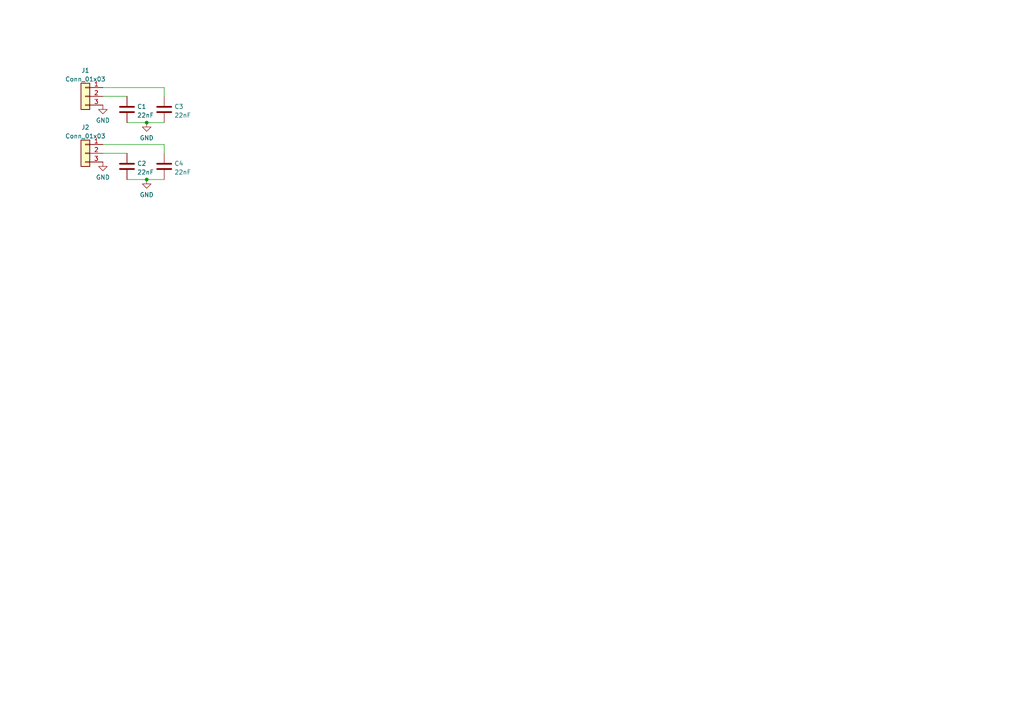
<source format=kicad_sch>
(kicad_sch (version 20211123) (generator eeschema)
  (paper "A4")
  (lib_symbols
    (symbol "Connector_Generic:Conn_01x03" (pin_names (offset 1.016) hide)
      (property "Reference" "J" (at 0 5.08 0))
      (property "Value" "Conn_01x03" (at 0 -5.08 0))
      (symbol "Conn_01x03_1_1"
        (rectangle (start -1.27 -2.413) (end 0 -2.667) (stroke (width 0.1524)))
        (rectangle (start -1.27 0.127) (end 0 -0.127) (stroke (width 0.1524)))
        (rectangle (start -1.27 2.667) (end 0 2.413) (stroke (width 0.1524)))
        (rectangle (start -1.27 3.81) (end 1.27 -3.81) (stroke (width 0.254)) (fill (type background)))
        (pin passive line (at -5.08 2.54 0) (length 3.81) (name "Pin_1") (number "1"))
        (pin passive line (at -5.08 0 0) (length 3.81) (name "Pin_2") (number "2"))
        (pin passive line (at -5.08 -2.54 0) (length 3.81) (name "Pin_3") (number "3"))
      )
    )
    (symbol "Device:C" (pin_numbers hide) (pin_names (offset 0.254))
      (property "Reference" "C" (at 0.635 2.54 0))
      (property "Value" "C" (at 0.635 -2.54 0))
      (symbol "C_0_1"
        (polyline (pts (xy -2.032 -0.762) (xy 2.032 -0.762)) (stroke (width 0.508)))
        (polyline (pts (xy -2.032 0.762) (xy 2.032 0.762)) (stroke (width 0.508)))
      )
      (symbol "C_1_1"
        (pin passive line (at 0 3.81 270) (length 2.794) (name "~") (number "1"))
        (pin passive line (at 0 -3.81 90) (length 2.794) (name "~") (number "2"))
      )
    )
    (symbol "power:GND" (power) (pin_names (offset 0))
      (property "Value" "GND" (at 0 -3.81 0))
      (symbol "GND_0_1"
        (polyline (pts (xy 0 0) (xy 0 -1.27) (xy 1.27 -1.27) (xy 0 -2.54) (xy -1.27 -1.27) (xy 0 -1.27)))
      )
      (symbol "GND_1_1"
        (pin power_in line (at 0 0 270) (length 0) hide (name "GND") (number "1"))
      )
    )
  )
  (junction (at 42.545 35.56))
  (junction (at 42.545 52.07))
  (wire (pts (xy 36.83 52.07) (xy 42.545 52.07)))
  (wire (pts (xy 29.845 44.45) (xy 36.83 44.45)))
  (wire (pts (xy 29.845 27.94) (xy 36.83 27.94)))
  (wire (pts (xy 36.83 35.56) (xy 42.545 35.56)))
  (wire (pts (xy 47.625 25.4) (xy 47.625 27.94)))
  (wire (pts (xy 42.545 35.56) (xy 47.625 35.56)))
  (wire (pts (xy 47.625 41.91) (xy 47.625 44.45)))
  (wire (pts (xy 29.845 25.4) (xy 47.625 25.4)))
  (wire (pts (xy 29.845 41.91) (xy 47.625 41.91)))
  (wire (pts (xy 42.545 52.07) (xy 47.625 52.07)))
  (symbol (lib_id "Device:C") (at 36.83 31.75 0) (unit 1)
    (property "Reference" "C1" (at 39.751 30.9153 0) (effects (justify left)))
    (property "Value" "22nF" (at 39.751 33.4522 0) (effects (justify left)))
    (property "Footprint" "Capacitor_SMD:C_0603_1608Metric" (effects hide))
  )
  (symbol (lib_id "Device:C") (at 36.83 48.26 0) (unit 1)
    (property "Reference" "C2" (at 39.751 47.4253 0) (effects (justify left)))
    (property "Value" "22nF" (at 39.751 49.9622 0) (effects (justify left)))
    (property "Footprint" "Capacitor_SMD:C_0603_1608Metric" (effects hide))
  )
  (symbol (lib_id "power:GND") (at 29.845 30.48 0) (unit 1)
    (property "Reference" "#PWR0103" (effects hide))
    (property "Value" "GND" (at 29.845 34.9234 0))
  )
  (symbol (lib_id "Connector_Generic:Conn_01x03") (at 24.765 44.45 0) (mirror y) (unit 1)
    (property "Reference" "J2" (at 24.765 36.9402 0))
    (property "Value" "Conn_01x03" (at 24.765 39.4771 0))
    (property "Footprint" "Connector_PinHeader_2.54mm:PinHeader_1x03_P2.54mm_Vertical" (effects hide))
  )
  (symbol (lib_id "Device:C") (at 47.625 31.75 180) (unit 1)
    (property "Reference" "C3" (at 50.546 30.9153 0) (effects (justify right)))
    (property "Value" "22nF" (at 50.546 33.4522 0) (effects (justify right)))
    (property "Footprint" "Capacitor_SMD:C_0603_1608Metric" (effects hide))
  )
  (symbol (lib_id "Connector_Generic:Conn_01x03") (at 24.765 27.94 0) (mirror y) (unit 1)
    (property "Reference" "J1" (at 24.765 20.4302 0))
    (property "Value" "Conn_01x03" (at 24.765 22.9671 0))
    (property "Footprint" "Connector_PinHeader_2.54mm:PinHeader_1x03_P2.54mm_Vertical" (effects hide))
  )
  (symbol (lib_id "power:GND") (at 42.545 35.56 0) (unit 1)
    (property "Reference" "#PWR0102" (effects hide))
    (property "Value" "GND" (at 42.545 40.0034 0))
  )
  (symbol (lib_id "Device:C") (at 47.625 48.26 0) (unit 1)
    (property "Reference" "C4" (at 50.546 47.4253 0) (effects (justify left)))
    (property "Value" "22nF" (at 50.546 49.9622 0) (effects (justify left)))
    (property "Footprint" "Capacitor_SMD:C_0603_1608Metric" (effects hide))
  )
  (symbol (lib_id "power:GND") (at 42.545 52.07 0) (unit 1)
    (property "Reference" "#PWR0101" (effects hide))
    (property "Value" "GND" (at 42.545 56.5134 0))
  )
  (symbol (lib_id "power:GND") (at 29.845 46.99 0) (unit 1)
    (property "Reference" "#PWR0104" (effects hide))
    (property "Value" "GND" (at 29.845 51.4334 0))
  )
)
</source>
